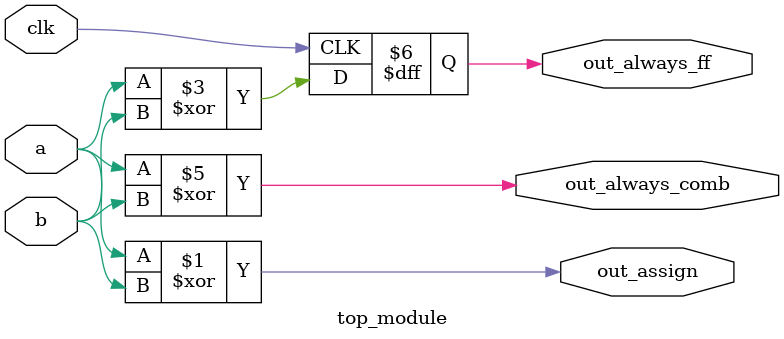
<source format=sv>
module top_module(
    input clk,
    input a,
    input b,
    output wire out_assign,
    output reg out_always_comb,
    output reg out_always_ff   );
	assign out_assign = a^b;
    always @(posedge clk) begin
        out_always_ff = a^b;
    end
    always @(*) begin
        out_always_comb <= a^b;
    end
endmodule

</source>
